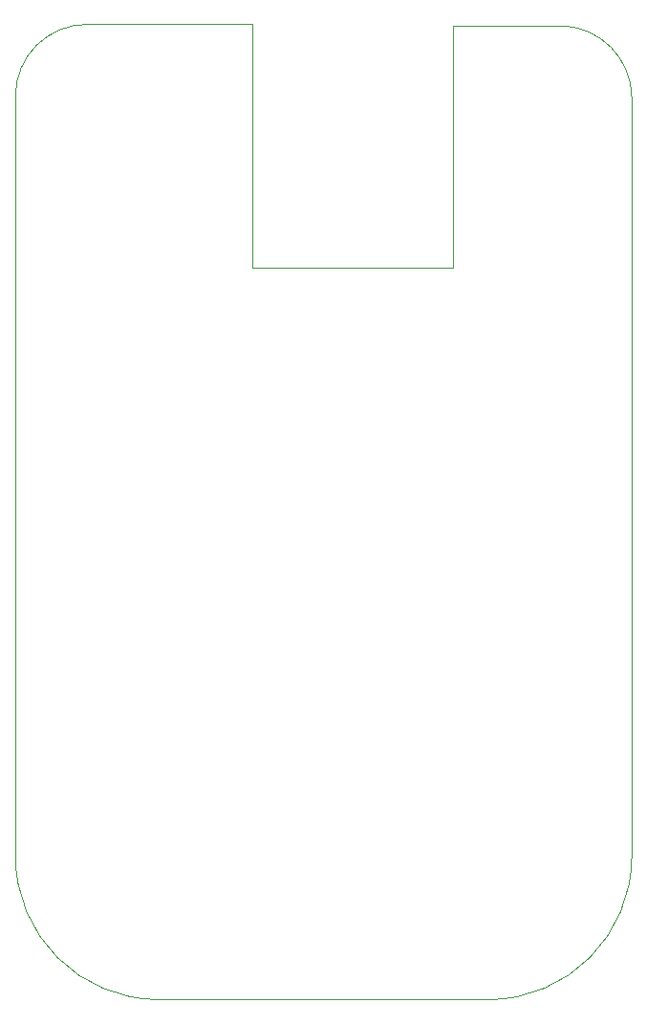
<source format=gbr>
%TF.GenerationSoftware,KiCad,Pcbnew,(5.1.4)-1*%
%TF.CreationDate,2021-10-25T09:14:50+02:00*%
%TF.ProjectId,bbb-diffcape,6262622d-6469-4666-9663-6170652e6b69,rev?*%
%TF.SameCoordinates,Original*%
%TF.FileFunction,Profile,NP*%
%FSLAX46Y46*%
G04 Gerber Fmt 4.6, Leading zero omitted, Abs format (unit mm)*
G04 Created by KiCad (PCBNEW (5.1.4)-1) date 2021-10-25 09:14:50*
%MOMM*%
%LPD*%
G04 APERTURE LIST*
%ADD10C,0.002540*%
G04 APERTURE END LIST*
D10*
X162699650Y-42824400D02*
X153200100Y-42824400D01*
X169075100Y-49225200D02*
G75*
G03X162699650Y-42824400I-6400850J0D01*
G01*
X120815100Y-42697400D02*
G75*
G03X114465100Y-49047400I0J-6350000D01*
G01*
X135420100Y-42697400D02*
X120815100Y-42697400D01*
X114465100Y-116357400D02*
G75*
G03X127165100Y-129057400I12700000J0D01*
G01*
X156375100Y-129057400D02*
G75*
G03X169075100Y-116357400I0J12700000D01*
G01*
X135420100Y-64287400D02*
X135420100Y-42697400D01*
X153200100Y-64287400D02*
X135420100Y-64287400D01*
X153200100Y-42824400D02*
X153200100Y-64287400D01*
X169075100Y-116357400D02*
X169075100Y-49225200D01*
X127165100Y-129057400D02*
X156375100Y-129057400D01*
X114465100Y-49047400D02*
X114465100Y-116357400D01*
M02*

</source>
